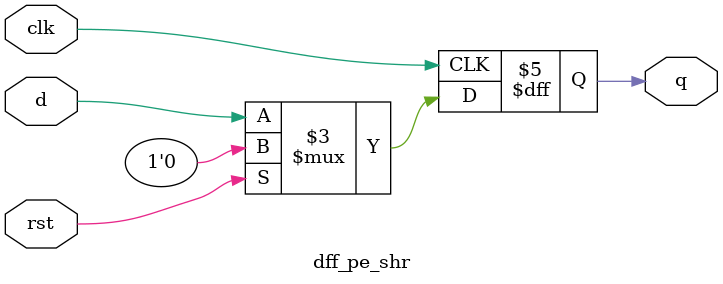
<source format=v>
`timescale 1ns / 1ps


module dff_pe_shr(q, d, clk, rst);
input d, clk, rst;
output reg q;

      always@(posedge clk)
         if(rst)
           q <= 0;
         else
           q <= d;
endmodule
</source>
